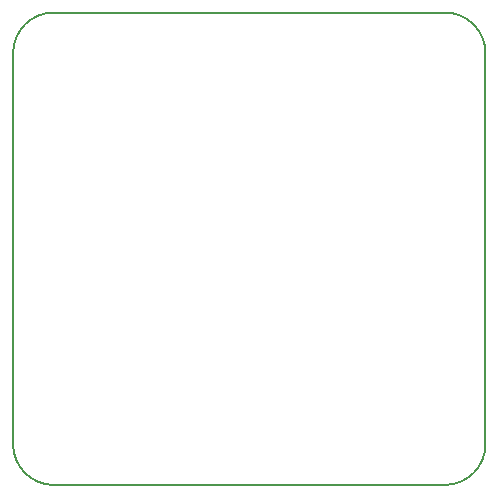
<source format=gbr>
%TF.GenerationSoftware,KiCad,Pcbnew,8.0.2*%
%TF.CreationDate,2024-05-06T11:08:47+09:00*%
%TF.ProjectId,5V-3A-BEC,35562d33-412d-4424-9543-2e6b69636164,0.1*%
%TF.SameCoordinates,Original*%
%TF.FileFunction,Profile,NP*%
%FSLAX46Y46*%
G04 Gerber Fmt 4.6, Leading zero omitted, Abs format (unit mm)*
G04 Created by KiCad (PCBNEW 8.0.2) date 2024-05-06 11:08:47*
%MOMM*%
%LPD*%
G01*
G04 APERTURE LIST*
%TA.AperFunction,Profile*%
%ADD10C,0.200000*%
%TD*%
G04 APERTURE END LIST*
D10*
X97450000Y-139550000D02*
X97450000Y-106450002D01*
X134000000Y-143000001D02*
X100900001Y-143000001D01*
X134000000Y-103000001D02*
G75*
G02*
X137449999Y-106450001I0J-3449999D01*
G01*
X100900001Y-143000001D02*
G75*
G02*
X97449999Y-139550000I-1J3450001D01*
G01*
X137450000Y-139550001D02*
G75*
G02*
X134000000Y-143000000I-3450000J1D01*
G01*
X100900002Y-103000001D02*
X134000000Y-103000001D01*
X137450000Y-106450001D02*
X137450000Y-139550001D01*
X97450000Y-106450002D02*
G75*
G02*
X100900002Y-103000000I3450000J2D01*
G01*
M02*

</source>
